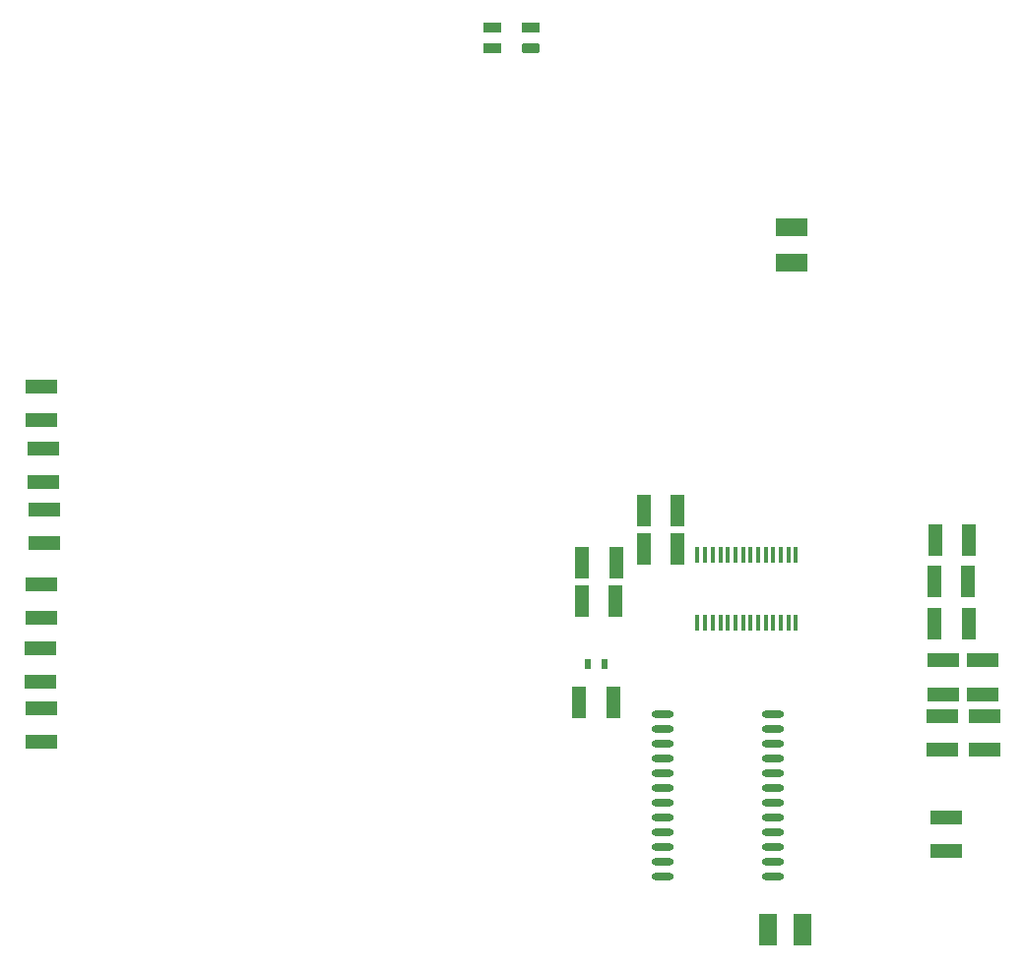
<source format=gtp>
G04 Layer_Color=7318015*
%FSLAX24Y24*%
%MOIN*%
G70*
G01*
G75*
%ADD10R,0.0236X0.0354*%
%ADD11R,0.1102X0.0591*%
%ADD12R,0.1063X0.0472*%
%ADD13R,0.0472X0.1063*%
%ADD14R,0.0157X0.0532*%
%ADD15R,0.0591X0.1102*%
%ADD16O,0.0748X0.0236*%
G04:AMPARAMS|DCode=17|XSize=63mil|YSize=33.5mil|CornerRadius=8.4mil|HoleSize=0mil|Usage=FLASHONLY|Rotation=180.000|XOffset=0mil|YOffset=0mil|HoleType=Round|Shape=RoundedRectangle|*
%AMROUNDEDRECTD17*
21,1,0.0630,0.0167,0,0,180.0*
21,1,0.0463,0.0335,0,0,180.0*
1,1,0.0167,-0.0231,0.0084*
1,1,0.0167,0.0231,0.0084*
1,1,0.0167,0.0231,-0.0084*
1,1,0.0167,-0.0231,-0.0084*
%
%ADD17ROUNDEDRECTD17*%
%ADD18R,0.0630X0.0335*%
D10*
X26969Y20679D02*
D03*
X26378D02*
D03*
D11*
X33297Y34281D02*
D03*
Y35463D02*
D03*
D12*
X8000Y24779D02*
D03*
Y25921D02*
D03*
X39818Y17764D02*
D03*
Y18906D02*
D03*
X38396Y18907D02*
D03*
Y17766D02*
D03*
X39774Y20797D02*
D03*
Y19656D02*
D03*
X38425D02*
D03*
Y20797D02*
D03*
X38533Y14341D02*
D03*
Y15482D02*
D03*
X7900Y23371D02*
D03*
Y22229D02*
D03*
X7850Y21221D02*
D03*
Y20079D02*
D03*
X7900Y19171D02*
D03*
Y18029D02*
D03*
X7950Y27971D02*
D03*
Y26829D02*
D03*
X7900Y30071D02*
D03*
Y28929D02*
D03*
D13*
X28287Y25866D02*
D03*
X29429D02*
D03*
Y24557D02*
D03*
X28287D02*
D03*
X26181Y22805D02*
D03*
X27323D02*
D03*
X27343Y24114D02*
D03*
X26201D02*
D03*
X27244Y19360D02*
D03*
X26102D02*
D03*
X38130Y23474D02*
D03*
X39272D02*
D03*
X39291Y24862D02*
D03*
X38150D02*
D03*
X39281Y22047D02*
D03*
X38140D02*
D03*
D14*
X30108Y22077D02*
D03*
X30364D02*
D03*
X30620D02*
D03*
X30876D02*
D03*
X31132D02*
D03*
X31388D02*
D03*
X31644D02*
D03*
X31900D02*
D03*
X32156D02*
D03*
X32411D02*
D03*
X32667D02*
D03*
X32923D02*
D03*
X33179D02*
D03*
X33435D02*
D03*
X30108Y24380D02*
D03*
X30364D02*
D03*
X30620D02*
D03*
X30876D02*
D03*
X31132D02*
D03*
X31388D02*
D03*
X31644D02*
D03*
X31900D02*
D03*
X32156D02*
D03*
X32411D02*
D03*
X32667D02*
D03*
X32923D02*
D03*
X33179D02*
D03*
X33435D02*
D03*
D15*
X33661Y11673D02*
D03*
X32480D02*
D03*
D16*
X28917Y18970D02*
D03*
Y18470D02*
D03*
Y17970D02*
D03*
Y17470D02*
D03*
Y16970D02*
D03*
Y16470D02*
D03*
Y15970D02*
D03*
Y15470D02*
D03*
Y14970D02*
D03*
Y14470D02*
D03*
Y13970D02*
D03*
Y13470D02*
D03*
X32657Y18970D02*
D03*
Y18470D02*
D03*
Y17970D02*
D03*
Y17470D02*
D03*
Y16970D02*
D03*
Y16470D02*
D03*
Y15970D02*
D03*
Y15470D02*
D03*
Y14970D02*
D03*
Y14470D02*
D03*
Y13970D02*
D03*
Y13470D02*
D03*
D17*
X24450Y41556D02*
D03*
D18*
Y42244D02*
D03*
X23150D02*
D03*
Y41556D02*
D03*
M02*

</source>
